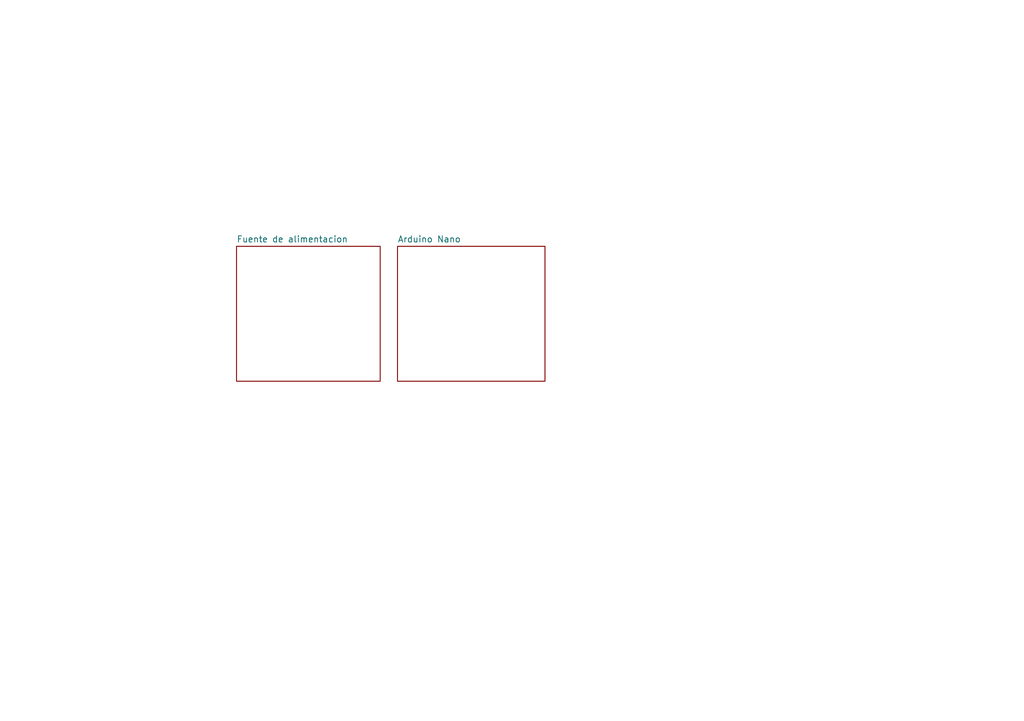
<source format=kicad_sch>
(kicad_sch (version 20230121) (generator eeschema)
  (paper "A5")
  (lib_symbols)
  (sheet (at 48.514 50.546) (size 29.464 27.686) (stroke (width 0.1524))
    (property "Sheetname" "Fuente de alimentacion" (at 48.514 49.8344 0) (effects (justify left bottom)))
    (property "Sheetfile" "Fuente de alimentacion.kicad_sch" (effects hide))
  )
  (sheet (at 81.534 50.546) (size 30.226 27.686) (stroke (width 0.1524))
    (property "Sheetname" "Arduino Nano" (at 81.534 49.8344 0) (effects (justify left bottom)))
    (property "Sheetfile" "Arduino Nano.kicad_sch" (effects hide))
  )
)
</source>
